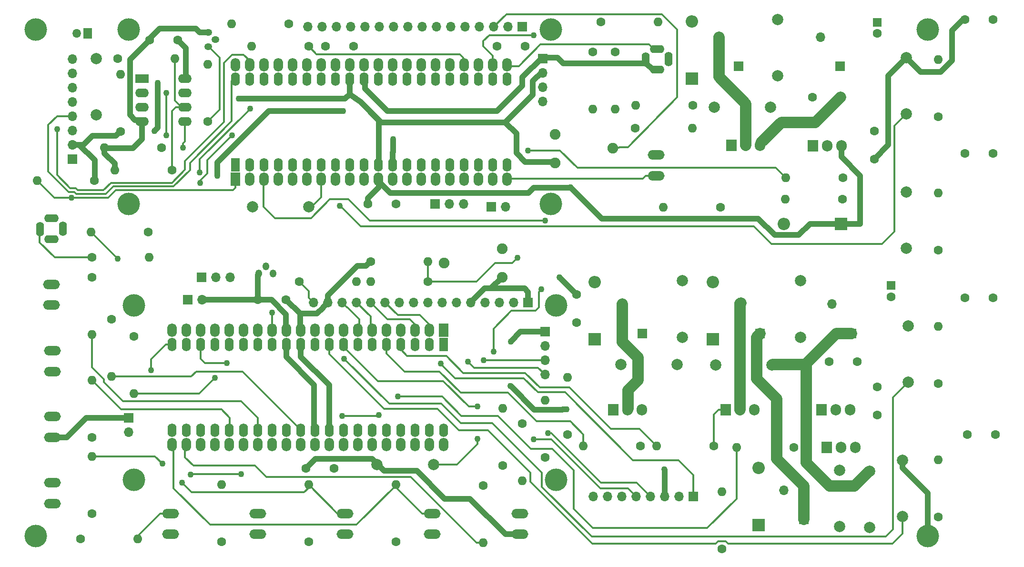
<source format=gbr>
G04 #@! TF.GenerationSoftware,KiCad,Pcbnew,(5.1.5-0-10_14)*
G04 #@! TF.CreationDate,2020-05-11T12:12:49+02:00*
G04 #@! TF.ProjectId,Main_Board_v1_2,4d61696e-5f42-46f6-9172-645f76315f32,rev?*
G04 #@! TF.SameCoordinates,Original*
G04 #@! TF.FileFunction,Copper,L2,Bot*
G04 #@! TF.FilePolarity,Positive*
%FSLAX46Y46*%
G04 Gerber Fmt 4.6, Leading zero omitted, Abs format (unit mm)*
G04 Created by KiCad (PCBNEW (5.1.5-0-10_14)) date 2020-05-11 12:12:49*
%MOMM*%
%LPD*%
G04 APERTURE LIST*
%ADD10O,1.500000X1.600000*%
%ADD11R,1.500000X1.900000*%
%ADD12O,1.200000X1.400000*%
%ADD13O,1.400000X1.200000*%
%ADD14C,4.000000*%
%ADD15O,1.700000X1.700000*%
%ADD16R,1.700000X1.700000*%
%ADD17C,2.000000*%
%ADD18O,2.400000X1.600000*%
%ADD19R,2.400000X1.600000*%
%ADD20O,1.600000X1.600000*%
%ADD21C,1.600000*%
%ADD22O,1.700000X2.400000*%
%ADD23R,1.700000X2.400000*%
%ADD24R,1.600000X2.400000*%
%ADD25O,1.600000X2.400000*%
%ADD26O,1.400000X2.600000*%
%ADD27O,2.600000X1.400000*%
%ADD28O,1.905000X2.000000*%
%ADD29R,1.905000X2.000000*%
%ADD30O,2.200000X2.200000*%
%ADD31R,2.200000X2.200000*%
%ADD32C,1.900000*%
%ADD33O,3.000000X1.700000*%
%ADD34R,1.600000X1.600000*%
%ADD35C,1.100000*%
%ADD36C,2.000000*%
%ADD37C,1.000000*%
%ADD38C,0.350000*%
G04 APERTURE END LIST*
D10*
X38665854Y-37568383D03*
D11*
X40565854Y-37568383D03*
D12*
X72303154Y-78919583D03*
X73573154Y-80189583D03*
X71033154Y-80189583D03*
D13*
X63324254Y-38635183D03*
X62054254Y-39905183D03*
X62054254Y-37365183D03*
D14*
X47857854Y-36869383D03*
X47857854Y-67869383D03*
X122857854Y-67869383D03*
X122857854Y-36869383D03*
D15*
X79757854Y-36369383D03*
X82297854Y-36369383D03*
X84837854Y-36369383D03*
X87377854Y-36369383D03*
X89917854Y-36369383D03*
X92457854Y-36369383D03*
X94997854Y-36369383D03*
X97537854Y-36369383D03*
X100077854Y-36369383D03*
X102617854Y-36369383D03*
X105157854Y-36369383D03*
X107697854Y-36369383D03*
X110237854Y-36369383D03*
X112777854Y-36369383D03*
X115317854Y-36369383D03*
D16*
X117857854Y-36369383D03*
D17*
X167282854Y-81519383D03*
X167282854Y-91519383D03*
D18*
X57837854Y-45569383D03*
X50217854Y-53189383D03*
X57837854Y-48109383D03*
X50217854Y-50649383D03*
X57837854Y-50649383D03*
X50217854Y-48109383D03*
X57837854Y-53189383D03*
D19*
X50217854Y-45569383D03*
D20*
X46407854Y-44807383D03*
D21*
X46407854Y-54967383D03*
D17*
X42089854Y-52013383D03*
X42089854Y-42013383D03*
D20*
X61901854Y-43029383D03*
D21*
X61901854Y-53189383D03*
D14*
X48857854Y-85869383D03*
X48857854Y-116869383D03*
X123857854Y-116869383D03*
X123857854Y-85869383D03*
D15*
X80757854Y-85369383D03*
X83297854Y-85369383D03*
X85837854Y-85369383D03*
X88377854Y-85369383D03*
X90917854Y-85369383D03*
X93457854Y-85369383D03*
X95997854Y-85369383D03*
X98537854Y-85369383D03*
X101077854Y-85369383D03*
X103617854Y-85369383D03*
X106157854Y-85369383D03*
X108697854Y-85369383D03*
X111237854Y-85369383D03*
X113777854Y-85369383D03*
X116317854Y-85369383D03*
D16*
X118857854Y-85369383D03*
D22*
X68297854Y-110649383D03*
X65757854Y-110649383D03*
X63217854Y-110649383D03*
X60677854Y-110649383D03*
X58137854Y-110649383D03*
X55597854Y-110649383D03*
X80997854Y-110649383D03*
X78457854Y-110649383D03*
X75917854Y-110649383D03*
X73377854Y-110649383D03*
X70837854Y-110649383D03*
X101317854Y-110649383D03*
X98777854Y-110649383D03*
X96237854Y-110649383D03*
X93697854Y-110649383D03*
X91157854Y-110649383D03*
X88617854Y-110649383D03*
X86077854Y-110649383D03*
X83537854Y-110649383D03*
X103857854Y-110649383D03*
X58137854Y-90329383D03*
X55597854Y-90329383D03*
X93697854Y-90329383D03*
X73377854Y-90329383D03*
D23*
X103857854Y-90329383D03*
D22*
X70837854Y-90329383D03*
X75917854Y-90329383D03*
X80997854Y-90329383D03*
X88617854Y-90329383D03*
X86077854Y-90329383D03*
X83537854Y-90329383D03*
X91157854Y-90329383D03*
X98777854Y-90329383D03*
X96237854Y-90329383D03*
X101317854Y-90329383D03*
X65757854Y-90329383D03*
X68297854Y-90329383D03*
X63217854Y-90329383D03*
X60677854Y-90329383D03*
X78457854Y-90329383D03*
D24*
X103857854Y-92869383D03*
D25*
X55597854Y-108109383D03*
X101317854Y-92869383D03*
X58137854Y-108109383D03*
X98777854Y-92869383D03*
X60677854Y-108109383D03*
X96237854Y-92869383D03*
X63217854Y-108109383D03*
X93697854Y-92869383D03*
X65757854Y-108109383D03*
X91157854Y-92869383D03*
X68297854Y-108109383D03*
X88617854Y-92869383D03*
X70837854Y-108109383D03*
X86077854Y-92869383D03*
X73377854Y-108109383D03*
X83537854Y-92869383D03*
X75917854Y-108109383D03*
X80997854Y-92869383D03*
X78457854Y-108109383D03*
X78457854Y-92869383D03*
X80997854Y-108109383D03*
X75917854Y-92869383D03*
X83537854Y-108109383D03*
X73377854Y-92869383D03*
X86077854Y-108109383D03*
X70837854Y-92869383D03*
X88617854Y-108109383D03*
X68297854Y-92869383D03*
X91157854Y-108109383D03*
X65757854Y-92869383D03*
X93697854Y-108109383D03*
X63217854Y-92869383D03*
X96237854Y-108109383D03*
X60677854Y-92869383D03*
X98777854Y-108109383D03*
X58137854Y-92869383D03*
X101317854Y-108109383D03*
X55597854Y-92869383D03*
X103857854Y-108109383D03*
D22*
X102417854Y-43089383D03*
X104957854Y-43089383D03*
X107497854Y-43089383D03*
X110037854Y-43089383D03*
X112577854Y-43089383D03*
X115117854Y-43089383D03*
X89717854Y-43089383D03*
X92257854Y-43089383D03*
X94797854Y-43089383D03*
X97337854Y-43089383D03*
X99877854Y-43089383D03*
X69397854Y-43089383D03*
X71937854Y-43089383D03*
X74477854Y-43089383D03*
X77017854Y-43089383D03*
X79557854Y-43089383D03*
X82097854Y-43089383D03*
X84637854Y-43089383D03*
X87177854Y-43089383D03*
X66857854Y-43089383D03*
X112577854Y-63409383D03*
X115117854Y-63409383D03*
X77017854Y-63409383D03*
X97337854Y-63409383D03*
D23*
X66857854Y-63409383D03*
D22*
X99877854Y-63409383D03*
X94797854Y-63409383D03*
X89717854Y-63409383D03*
X82097854Y-63409383D03*
X84637854Y-63409383D03*
X87177854Y-63409383D03*
X79557854Y-63409383D03*
X71937854Y-63409383D03*
X74477854Y-63409383D03*
X69397854Y-63409383D03*
X104957854Y-63409383D03*
X102417854Y-63409383D03*
X107497854Y-63409383D03*
X110037854Y-63409383D03*
X92257854Y-63409383D03*
D24*
X66857854Y-60869383D03*
D25*
X115117854Y-45629383D03*
X69397854Y-60869383D03*
X112577854Y-45629383D03*
X71937854Y-60869383D03*
X110037854Y-45629383D03*
X74477854Y-60869383D03*
X107497854Y-45629383D03*
X77017854Y-60869383D03*
X104957854Y-45629383D03*
X79557854Y-60869383D03*
X102417854Y-45629383D03*
X82097854Y-60869383D03*
X99877854Y-45629383D03*
X84637854Y-60869383D03*
X97337854Y-45629383D03*
X87177854Y-60869383D03*
X94797854Y-45629383D03*
X89717854Y-60869383D03*
X92257854Y-45629383D03*
X92257854Y-60869383D03*
X89717854Y-45629383D03*
X94797854Y-60869383D03*
X87177854Y-45629383D03*
X97337854Y-60869383D03*
X84637854Y-45629383D03*
X99877854Y-60869383D03*
X82097854Y-45629383D03*
X102417854Y-60869383D03*
X79557854Y-45629383D03*
X104957854Y-60869383D03*
X77017854Y-45629383D03*
X107497854Y-60869383D03*
X74477854Y-45629383D03*
X110037854Y-60869383D03*
X71937854Y-45629383D03*
X112577854Y-60869383D03*
X69397854Y-45629383D03*
X115117854Y-60869383D03*
X66857854Y-45629383D03*
D26*
X139782854Y-42169383D03*
X143832854Y-42119383D03*
D27*
X141807854Y-44019383D03*
X141807854Y-40319383D03*
D26*
X36182854Y-72269383D03*
X32132854Y-72319383D03*
D27*
X34157854Y-70419383D03*
X34157854Y-74119383D03*
D20*
X155881854Y-111101383D03*
D21*
X166041854Y-111101383D03*
D28*
X176963854Y-111101383D03*
X174423854Y-111101383D03*
D29*
X171883854Y-111101383D03*
D15*
X164319854Y-118728383D03*
D16*
X167819854Y-123928383D03*
D30*
X159818854Y-114784383D03*
D31*
X159818854Y-124944383D03*
D17*
X174169854Y-115198383D03*
X174169854Y-125198383D03*
X179503854Y-115325383D03*
X179503854Y-125325383D03*
D15*
X47857854Y-108409383D03*
D16*
X47857854Y-105869383D03*
D15*
X114897854Y-68369383D03*
D16*
X112357854Y-68369383D03*
D32*
X114225854Y-80875383D03*
X103925854Y-78375383D03*
X114225854Y-75795383D03*
X123623854Y-55475383D03*
X133923854Y-57975383D03*
X123623854Y-60555383D03*
D20*
X88317854Y-81637383D03*
D21*
X78157854Y-81637383D03*
D20*
X90857854Y-81637383D03*
D21*
X101017854Y-81637383D03*
D20*
X101017854Y-78081383D03*
D21*
X90857854Y-78081383D03*
D20*
X69697854Y-39869383D03*
D21*
X79857854Y-39869383D03*
D20*
X66197854Y-35869383D03*
D21*
X76357854Y-35869383D03*
D20*
X49517854Y-127369383D03*
D21*
X39357854Y-127369383D03*
D20*
X48857854Y-101529383D03*
D21*
X48857854Y-91369383D03*
D33*
X55357854Y-126569383D03*
X55357854Y-122869383D03*
D20*
X153307854Y-119009383D03*
D21*
X153307854Y-129169383D03*
D20*
X31650454Y-63692283D03*
D21*
X41810454Y-63692283D03*
X79357854Y-114869383D03*
X84357854Y-114869383D03*
X196507854Y-84519383D03*
X201507854Y-84519383D03*
X70857854Y-84869383D03*
X75857854Y-84869383D03*
D17*
X186357854Y-89536049D03*
X186357854Y-99536049D03*
X92033854Y-114149383D03*
X102033854Y-114149383D03*
X146307854Y-81519383D03*
X146307854Y-91519383D03*
X162157854Y-96469383D03*
X152157854Y-96469383D03*
X145307854Y-96369383D03*
X135307854Y-96369383D03*
D21*
X87857854Y-39869383D03*
X82857854Y-39869383D03*
D17*
X69857854Y-68369383D03*
X79857854Y-68369383D03*
D21*
X196857854Y-108869383D03*
X201857854Y-108869383D03*
D17*
X185357854Y-113369383D03*
X185357854Y-123369383D03*
D21*
X127433854Y-88923383D03*
X127433854Y-83923383D03*
X180900854Y-100386383D03*
X180900854Y-105386383D03*
X183357854Y-84369383D03*
D34*
X183357854Y-82369383D03*
D21*
X177357854Y-95869383D03*
X172357854Y-95869383D03*
X118357854Y-39869383D03*
X113357854Y-39869383D03*
X196507854Y-35119383D03*
X201507854Y-35119383D03*
X95357854Y-67869383D03*
X90357854Y-67869383D03*
D17*
X186057854Y-41869383D03*
X186057854Y-51869383D03*
D21*
X196507854Y-58919383D03*
X201507854Y-58919383D03*
X174357854Y-48869383D03*
X169357854Y-48869383D03*
X180357854Y-59869383D03*
X180357854Y-54869383D03*
D17*
X163167854Y-35119383D03*
X163167854Y-45119383D03*
D21*
X180857854Y-37569383D03*
D34*
X180857854Y-35569383D03*
D17*
X186057854Y-65702716D03*
X186057854Y-75702716D03*
X151897854Y-50649383D03*
X161897854Y-50649383D03*
D21*
X51567854Y-38711383D03*
X56567854Y-38711383D03*
D28*
X176087854Y-104409383D03*
X173547854Y-104409383D03*
D29*
X171007854Y-104409383D03*
D28*
X174537854Y-57509383D03*
X171997854Y-57509383D03*
D29*
X169457854Y-57509383D03*
D14*
X189857854Y-126869383D03*
X31357854Y-36869383D03*
X31357854Y-126869383D03*
X189857854Y-36869383D03*
D20*
X64357854Y-117709383D03*
D21*
X64357854Y-127869383D03*
D20*
X41357854Y-99209383D03*
D21*
X41357854Y-109369383D03*
D20*
X41357854Y-112709383D03*
D21*
X41357854Y-122869383D03*
D20*
X191707854Y-89609383D03*
D21*
X191707854Y-99769383D03*
D20*
X117857854Y-117029383D03*
D21*
X117857854Y-106869383D03*
D20*
X114357854Y-104209383D03*
D21*
X114357854Y-114369383D03*
D20*
X128697854Y-110869383D03*
D21*
X138857854Y-110869383D03*
D20*
X164517854Y-67039383D03*
D21*
X174677854Y-67039383D03*
D20*
X164667854Y-63239383D03*
D21*
X174827854Y-63239383D03*
D20*
X41197854Y-72869383D03*
D21*
X51357854Y-72869383D03*
D20*
X110857854Y-128029383D03*
D21*
X110857854Y-117869383D03*
D20*
X95357854Y-117709383D03*
D21*
X95357854Y-127869383D03*
D20*
X79857854Y-117709383D03*
D21*
X79857854Y-127869383D03*
D20*
X41357854Y-91029383D03*
D21*
X41357854Y-80869383D03*
D20*
X44857854Y-98529383D03*
D21*
X44857854Y-88369383D03*
D20*
X125857854Y-98709383D03*
D21*
X125857854Y-108869383D03*
D20*
X51517854Y-77369383D03*
D21*
X41357854Y-77369383D03*
D20*
X121857854Y-102709383D03*
D21*
X121857854Y-112869383D03*
D20*
X141697854Y-110869383D03*
D21*
X151857854Y-110869383D03*
D20*
X191707854Y-113309383D03*
D21*
X191707854Y-123469383D03*
D20*
X137997854Y-50319383D03*
D21*
X148157854Y-50319383D03*
D20*
X141967854Y-35519383D03*
D21*
X131807854Y-35519383D03*
D20*
X130357854Y-51029383D03*
D21*
X130357854Y-40869383D03*
D20*
X148017854Y-54369383D03*
D21*
X137857854Y-54369383D03*
D20*
X134357854Y-51029383D03*
D21*
X134357854Y-40869383D03*
D20*
X191707854Y-42209383D03*
D21*
X191707854Y-52369383D03*
D20*
X142847854Y-68429383D03*
D21*
X153007854Y-68429383D03*
D20*
X56059854Y-42013383D03*
D21*
X45899854Y-42013383D03*
D20*
X45391854Y-61825383D03*
D21*
X55551854Y-61825383D03*
D20*
X43597854Y-57869383D03*
D21*
X53757854Y-57869383D03*
D20*
X191707854Y-65909383D03*
D21*
X191707854Y-76069383D03*
D28*
X139087854Y-104409383D03*
X136547854Y-104409383D03*
D29*
X134007854Y-104409383D03*
D28*
X159087854Y-104409383D03*
X156547854Y-104409383D03*
D29*
X154007854Y-104409383D03*
D28*
X160087854Y-57409383D03*
X157547854Y-57409383D03*
D29*
X155007854Y-57409383D03*
D15*
X130427854Y-119819383D03*
X132967854Y-119819383D03*
X135507854Y-119819383D03*
X138047854Y-119819383D03*
X140587854Y-119819383D03*
X143127854Y-119819383D03*
X145667854Y-119819383D03*
D16*
X148207854Y-119819383D03*
D33*
X34357854Y-109356883D03*
X34357854Y-105656883D03*
X70857854Y-126569383D03*
X70857854Y-122869383D03*
X34357854Y-121069383D03*
X34357854Y-117369383D03*
X34157854Y-82131883D03*
X34157854Y-85831883D03*
X101857854Y-126569383D03*
X101857854Y-122869383D03*
X34357854Y-97644383D03*
X34357854Y-93944383D03*
X86357854Y-126569383D03*
X86357854Y-122869383D03*
X141607854Y-59169383D03*
X141607854Y-62869383D03*
D15*
X60897854Y-84869383D03*
D16*
X58357854Y-84869383D03*
D15*
X121857854Y-98189383D03*
X121857854Y-95649383D03*
X121857854Y-93109383D03*
D16*
X121857854Y-90569383D03*
D15*
X65937854Y-80869383D03*
X63397854Y-80869383D03*
D16*
X60857854Y-80869383D03*
D33*
X117357854Y-126569383D03*
X117357854Y-122869383D03*
D15*
X135632854Y-85669383D03*
D16*
X139132854Y-90869383D03*
D15*
X156607854Y-85669383D03*
D16*
X160107854Y-90869383D03*
D15*
X172857854Y-85669383D03*
D16*
X176357854Y-90869383D03*
D15*
X121457854Y-49639383D03*
X121457854Y-47099383D03*
X121457854Y-44559383D03*
D16*
X121457854Y-42019383D03*
D15*
X37857854Y-42089383D03*
X37857854Y-44629383D03*
X37857854Y-47169383D03*
X37857854Y-49709383D03*
X37857854Y-52249383D03*
X37857854Y-54789383D03*
X37857854Y-57329383D03*
D16*
X37857854Y-59869383D03*
D15*
X107437854Y-67869383D03*
X104897854Y-67869383D03*
D16*
X102357854Y-67869383D03*
D15*
X170807854Y-38219383D03*
D16*
X174307854Y-43419383D03*
D15*
X152757854Y-38219383D03*
D16*
X156257854Y-43419383D03*
D30*
X164317854Y-71389383D03*
D31*
X174477854Y-71389383D03*
D30*
X130707854Y-81759383D03*
D31*
X130707854Y-91919383D03*
D30*
X151682854Y-81759383D03*
D31*
X151682854Y-91919383D03*
D30*
X147927854Y-35409383D03*
D31*
X147927854Y-45569383D03*
D35*
X94857854Y-56369383D03*
X94857854Y-51369383D03*
X80697854Y-100052383D03*
X115749852Y-92305383D03*
X125655854Y-104370381D03*
X143054854Y-115038381D03*
X115737154Y-100217483D03*
X85984954Y-51369383D03*
X63616354Y-62854083D03*
X57545754Y-57862983D03*
X108129854Y-95869383D03*
X66219854Y-55656883D03*
X60581054Y-64111383D03*
X85777854Y-105513383D03*
X110923854Y-95607383D03*
X92347848Y-105386383D03*
X60492154Y-62269883D03*
X69496454Y-50928783D03*
X119857854Y-37869383D03*
X85396854Y-68175385D03*
X121845854Y-70844369D03*
X54538054Y-48109383D03*
X54538054Y-55642683D03*
X53088054Y-46369483D03*
X52478454Y-54903883D03*
X67426354Y-49150783D03*
X126379754Y-64886083D03*
X118857854Y-58369383D03*
X35155654Y-54560983D03*
X124385854Y-80875383D03*
X109857854Y-103869383D03*
X109857054Y-109628183D03*
X57357854Y-117369383D03*
X51829062Y-97398175D03*
X45899854Y-77573383D03*
X67857854Y-115869383D03*
X53857854Y-114022383D03*
X58853854Y-115927379D03*
X37705530Y-66726543D03*
X119813854Y-109704383D03*
X122353854Y-108561383D03*
X103303854Y-96242383D03*
X86158852Y-95353383D03*
X63171854Y-98773373D03*
X73331854Y-87116373D03*
X121210854Y-83034383D03*
X112701854Y-94083383D03*
X117007154Y-77382883D03*
X65330854Y-96115383D03*
X95683852Y-102084383D03*
D36*
X174357854Y-48869383D02*
X169857854Y-53369383D01*
X169857854Y-53369383D02*
X163857854Y-53369383D01*
X163857854Y-53369383D02*
X160357854Y-56869383D01*
D37*
X160357854Y-56869383D02*
X160357854Y-57369383D01*
X186057854Y-41869383D02*
X182857854Y-45069383D01*
X182857854Y-45069383D02*
X182857854Y-57369383D01*
X182857854Y-57369383D02*
X180357854Y-59869383D01*
X94857854Y-58609383D02*
X94857854Y-56369383D01*
X94797854Y-58669383D02*
X94857854Y-58609383D01*
X94797854Y-60869383D02*
X94797854Y-58669383D01*
X113357854Y-51369383D02*
X93857854Y-51369383D01*
X89857854Y-47369383D02*
X89857854Y-45369383D01*
X121457854Y-42019383D02*
X121457854Y-41769383D01*
X117857854Y-46869383D02*
X113357854Y-51369383D01*
X117857854Y-45369383D02*
X117857854Y-46869383D01*
X93857854Y-51369383D02*
X89857854Y-47369383D01*
X121457854Y-41769383D02*
X117857854Y-45369383D01*
X118857854Y-83519383D02*
X118207854Y-82869383D01*
X118857854Y-85369383D02*
X118857854Y-83519383D01*
X111147852Y-82869383D02*
X108857854Y-85159381D01*
X108857854Y-85159381D02*
X108857854Y-85369383D01*
X75917854Y-95069383D02*
X80857854Y-100009383D01*
X75917854Y-92869383D02*
X75917854Y-95069383D01*
X80857854Y-100009383D02*
X80857854Y-107869383D01*
X70857854Y-84869383D02*
X60857854Y-84869383D01*
X40345354Y-105869383D02*
X47857854Y-105869383D01*
X36857854Y-109356883D02*
X40345354Y-105869383D01*
X34357854Y-109356883D02*
X36857854Y-109356883D01*
X189857854Y-119283596D02*
X189857854Y-126869383D01*
X185357854Y-114783596D02*
X189857854Y-119283596D01*
X185357854Y-113369383D02*
X185357854Y-114783596D01*
X179376854Y-115419383D02*
X179376854Y-115292383D01*
X121857854Y-90569383D02*
X117485852Y-90569383D01*
X117485852Y-90569383D02*
X115749852Y-92305383D01*
X141007854Y-44019383D02*
X139857854Y-42869383D01*
X141807854Y-44019383D02*
X141007854Y-44019383D01*
X121357854Y-41869383D02*
X122149856Y-41869383D01*
X124114854Y-41869383D02*
X121357854Y-41869383D01*
X125114854Y-42869383D02*
X124114854Y-41869383D01*
X125114854Y-42869383D02*
X139277854Y-42869383D01*
X139277854Y-42869383D02*
X139625854Y-42521383D01*
X139625854Y-42521383D02*
X139625854Y-42140383D01*
X143127854Y-119819383D02*
X143127854Y-115111381D01*
X143127854Y-115111381D02*
X143054854Y-115038381D01*
X70857854Y-84869383D02*
X73248858Y-84869383D01*
X75857854Y-87478379D02*
X75857854Y-90369383D01*
X73248858Y-84869383D02*
X75857854Y-87478379D01*
D36*
X176836854Y-117959383D02*
X179376854Y-115419383D01*
X172391854Y-117959383D02*
X176836854Y-117959383D01*
X168241855Y-96369383D02*
X168241855Y-113809384D01*
X168241855Y-113809384D02*
X172391854Y-117959383D01*
X167692854Y-96369383D02*
X168241855Y-96369383D01*
X167692854Y-96369383D02*
X162231854Y-96369383D01*
D37*
X118207854Y-82869383D02*
X111147852Y-82869383D01*
X112231854Y-82869383D02*
X111147852Y-82869383D01*
X114225854Y-80875383D02*
X112231854Y-82869383D01*
X91147853Y-113169382D02*
X81057855Y-113169382D01*
X81057855Y-113169382D02*
X79357854Y-114869383D01*
X93237843Y-115259372D02*
X91147853Y-113169382D01*
X99079843Y-115259372D02*
X93237843Y-115259372D01*
X104042854Y-120222383D02*
X99079843Y-115259372D01*
X117357854Y-126569383D02*
X114857854Y-126569383D01*
X108510854Y-120222383D02*
X104042854Y-120222383D01*
X114857854Y-126569383D02*
X108510854Y-120222383D01*
X119951742Y-104419371D02*
X115749854Y-100217483D01*
X115749854Y-100217483D02*
X115737154Y-100217483D01*
X124970468Y-104419371D02*
X119951742Y-104419371D01*
X125019458Y-104370381D02*
X124970468Y-104419371D01*
X125655854Y-104370381D02*
X125019458Y-104370381D01*
X70857854Y-84869383D02*
X70857854Y-80428383D01*
X70857854Y-80428383D02*
X71020454Y-80265783D01*
X60504254Y-37365183D02*
X59856554Y-36717483D01*
X62054254Y-37365183D02*
X60504254Y-37365183D01*
X59856554Y-36717483D02*
X53405554Y-36717483D01*
X53405554Y-36717483D02*
X51437054Y-38685983D01*
X50217854Y-53189383D02*
X50217854Y-56313583D01*
X50217854Y-56313583D02*
X48617654Y-57913783D01*
X48617654Y-57913783D02*
X43588454Y-57913783D01*
X45391854Y-60694013D02*
X43550354Y-58852513D01*
X45391854Y-61825383D02*
X45391854Y-60694013D01*
X43550354Y-58852513D02*
X43550354Y-57862983D01*
X50294054Y-53113183D02*
X50230554Y-53176683D01*
X48117853Y-42161384D02*
X48117853Y-52041882D01*
X51567854Y-38711383D02*
X48117853Y-42161384D01*
X48117853Y-52041882D02*
X49011354Y-52935383D01*
X49011354Y-52935383D02*
X49316154Y-52935383D01*
D36*
X173573854Y-90869383D02*
X168073854Y-96369383D01*
X168073854Y-96369383D02*
X167692854Y-96369383D01*
X176357854Y-90869383D02*
X173573854Y-90869383D01*
D37*
X192127654Y-44439083D02*
X194172354Y-42394383D01*
X194172354Y-37054883D02*
X196357854Y-34869383D01*
X194172354Y-42394383D02*
X194172354Y-37054883D01*
X188627554Y-44439083D02*
X192127654Y-44439083D01*
X186057854Y-41869383D02*
X188627554Y-44439083D01*
X72737852Y-51369383D02*
X63616354Y-60490881D01*
X85984954Y-51369383D02*
X72737852Y-51369383D01*
X63616354Y-60490881D02*
X63616354Y-62854083D01*
D38*
X57837854Y-56793066D02*
X57837854Y-54339383D01*
X57545754Y-57085166D02*
X57837854Y-56793066D01*
X57545754Y-57862983D02*
X57545754Y-57085166D01*
X57837854Y-54339383D02*
X57837854Y-53202083D01*
D36*
X157547854Y-50059383D02*
X152757854Y-45269383D01*
X152757854Y-45269383D02*
X152757854Y-38219383D01*
X157547854Y-57409383D02*
X157547854Y-50059383D01*
D38*
X121857854Y-98189383D02*
X120654862Y-96986391D01*
X120654862Y-96986391D02*
X109246862Y-96986391D01*
X109246862Y-96986391D02*
X108679853Y-96419382D01*
X108679853Y-96419382D02*
X108129854Y-95869383D01*
X66219854Y-55656883D02*
X61851054Y-60025683D01*
X61851054Y-62427985D02*
X60581054Y-63697985D01*
X61851054Y-60025683D02*
X61851054Y-62427985D01*
X60581054Y-63697985D02*
X60581054Y-64111383D01*
X110965854Y-95649383D02*
X110923854Y-95607383D01*
X121857854Y-95649383D02*
X110965854Y-95649383D01*
X85777854Y-105513383D02*
X92220848Y-105513383D01*
X92220848Y-105513383D02*
X92347848Y-105386383D01*
X60492154Y-62269883D02*
X60492154Y-59933083D01*
X60492154Y-59933083D02*
X68946455Y-51478782D01*
X68946455Y-51478782D02*
X69496454Y-50928783D01*
X152705354Y-104409383D02*
X151817854Y-105296883D01*
X154007854Y-104409383D02*
X152705354Y-104409383D01*
X151817854Y-105296883D02*
X151817854Y-110593383D01*
X56059854Y-42013383D02*
X56059854Y-49455583D01*
X56059854Y-49455583D02*
X56936154Y-50331883D01*
X55589954Y-61685683D02*
X55513754Y-61761883D01*
X55513754Y-61761883D02*
X55551854Y-61761883D01*
X55589954Y-51347283D02*
X55589954Y-61685683D01*
X56287854Y-50649383D02*
X55589954Y-51347283D01*
X57837854Y-50649383D02*
X56287854Y-50649383D01*
X139757854Y-62869383D02*
X139257854Y-63369383D01*
X141607854Y-62869383D02*
X139757854Y-62869383D01*
X139257854Y-63369383D02*
X115357854Y-63369383D01*
X117187854Y-43369383D02*
X115357854Y-43369383D01*
X121062855Y-39494382D02*
X117187854Y-43369383D01*
X141157854Y-40319383D02*
X140332853Y-39494382D01*
X140332853Y-39494382D02*
X121062855Y-39494382D01*
X141807854Y-40319383D02*
X141157854Y-40319383D01*
X112577854Y-41539383D02*
X110907854Y-39869383D01*
X112577854Y-43089383D02*
X112577854Y-41539383D01*
X110907854Y-39869383D02*
X110907854Y-38919383D01*
X110907854Y-38919383D02*
X111957854Y-37869383D01*
X111957854Y-37869383D02*
X119857854Y-37869383D01*
X85946853Y-68725384D02*
X85396854Y-68175385D01*
X89090852Y-71869383D02*
X85946853Y-68725384D01*
X158928154Y-71869383D02*
X89090852Y-71869383D01*
X181719254Y-75007983D02*
X162066754Y-75007983D01*
X162066754Y-75007983D02*
X158928154Y-71869383D01*
X183932864Y-72794373D02*
X181719254Y-75007983D01*
X183932864Y-53994373D02*
X183932864Y-72794373D01*
X186057854Y-51869383D02*
X183932864Y-53994373D01*
X83625850Y-67032383D02*
X86920854Y-67032383D01*
X73857854Y-70369383D02*
X80288850Y-70369383D01*
X90732840Y-70844369D02*
X121068037Y-70844369D01*
X71857854Y-68369383D02*
X73857854Y-70369383D01*
X71857854Y-63369383D02*
X71857854Y-68369383D01*
X121068037Y-70844369D02*
X121845854Y-70844369D01*
X80288850Y-70369383D02*
X83625850Y-67032383D01*
X86920854Y-67032383D02*
X90732840Y-70844369D01*
X54538054Y-48109383D02*
X54538054Y-55642683D01*
D37*
X174537854Y-59509383D02*
X177857854Y-62829383D01*
X174537854Y-57509383D02*
X174537854Y-59509383D01*
X174477854Y-71389383D02*
X177837854Y-71389383D01*
X177837854Y-71389383D02*
X177857854Y-71369383D01*
X177857854Y-62829383D02*
X177857854Y-71369383D01*
X87177854Y-45629383D02*
X87177854Y-47829383D01*
X89117864Y-49769393D02*
X92357854Y-53009383D01*
X92357854Y-53009383D02*
X92357854Y-57369383D01*
X92357854Y-57369383D02*
X92357854Y-60869383D01*
X118357854Y-60369383D02*
X123357854Y-60369383D01*
X116765854Y-58777383D02*
X118357854Y-60369383D01*
X92717854Y-53369383D02*
X89117864Y-49769393D01*
X114807854Y-53369383D02*
X92717854Y-53369383D01*
X119707853Y-48469384D02*
X114807854Y-53369383D01*
X119707853Y-46019384D02*
X119707853Y-48469384D01*
X121357854Y-44369383D02*
X119707853Y-46019384D01*
X116765854Y-55327383D02*
X114807854Y-53369383D01*
X116765854Y-58777383D02*
X116765854Y-55327383D01*
X92357854Y-64897383D02*
X92357854Y-64369383D01*
X90357854Y-66869383D02*
X90385854Y-66869383D01*
X90385854Y-66869383D02*
X92357854Y-64897383D01*
X90357854Y-67869383D02*
X90357854Y-66869383D01*
X56567854Y-38711383D02*
X58041054Y-40184583D01*
X58041054Y-40184583D02*
X58041054Y-45404283D01*
X45607855Y-55767382D02*
X41454955Y-55767382D01*
X46407854Y-54967383D02*
X45607855Y-55767382D01*
X41454955Y-55767382D02*
X39930854Y-57291483D01*
X39930854Y-57291483D02*
X39841954Y-57380383D01*
X39841954Y-57380383D02*
X37771854Y-57380383D01*
X53088054Y-46369483D02*
X53088054Y-54294283D01*
X53088054Y-54294283D02*
X52478454Y-54903883D01*
X87149454Y-48350683D02*
X89117864Y-49769393D01*
X87177854Y-47829383D02*
X87149454Y-48350683D01*
X39059935Y-57329383D02*
X41835854Y-60105302D01*
X37857854Y-57329383D02*
X39059935Y-57329383D01*
X41835854Y-60105302D02*
X41835854Y-63666883D01*
X92257854Y-63809383D02*
X92257854Y-63409383D01*
X118924854Y-65889383D02*
X94337854Y-65889383D01*
X119844855Y-64969382D02*
X118924854Y-65889383D01*
X131942354Y-70486783D02*
X126424953Y-64969382D01*
X162657955Y-73389384D02*
X159755354Y-70486783D01*
X159755354Y-70486783D02*
X131942354Y-70486783D01*
X94337854Y-65889383D02*
X92257854Y-63809383D01*
X166923853Y-73389384D02*
X162657955Y-73389384D01*
X168943854Y-71369383D02*
X166923853Y-73389384D01*
X126424953Y-64969382D02*
X119844855Y-64969382D01*
X177857854Y-71369383D02*
X168943854Y-71369383D01*
X87149454Y-48350683D02*
X86349354Y-49150783D01*
X68204171Y-49150783D02*
X67426354Y-49150783D01*
X86349354Y-49150783D02*
X68204171Y-49150783D01*
D38*
X82097854Y-63409383D02*
X82097854Y-66629383D01*
X82097854Y-66629383D02*
X80357854Y-68369383D01*
X124534856Y-58369383D02*
X118857854Y-58369383D01*
X162872844Y-61444373D02*
X127609846Y-61444373D01*
X127609846Y-61444373D02*
X124534856Y-58369383D01*
X164667854Y-63239383D02*
X162872844Y-61444373D01*
X35155654Y-55338800D02*
X35155654Y-54560983D01*
X37480102Y-65051531D02*
X35155654Y-62727083D01*
X38466774Y-65051531D02*
X37480102Y-65051531D01*
X69357854Y-42369383D02*
X68302844Y-41314373D01*
X38841765Y-65426522D02*
X38466774Y-65051531D01*
X44761176Y-64094361D02*
X43429015Y-65426522D01*
X57914054Y-61782429D02*
X55602122Y-64094361D01*
X57914054Y-60212483D02*
X57914054Y-61782429D01*
X66288307Y-41314373D02*
X64812856Y-42789824D01*
X43429015Y-65426522D02*
X38841765Y-65426522D01*
X64812856Y-53313681D02*
X57914054Y-60212483D01*
X64812856Y-42789824D02*
X64812856Y-53313681D01*
X35155654Y-62727083D02*
X35155654Y-55338800D01*
X68302844Y-41314373D02*
X66288307Y-41314373D01*
X55602122Y-64094361D02*
X44761176Y-64094361D01*
X38572522Y-66076533D02*
X43807704Y-66076533D01*
X43807704Y-66076533D02*
X45139865Y-64744372D01*
X58764954Y-61850783D02*
X58764954Y-60542683D01*
X66212453Y-53095184D02*
X66212453Y-46014784D01*
X66212453Y-46014784D02*
X66857854Y-45369383D01*
X37857854Y-52249383D02*
X35168554Y-52249383D01*
X58764954Y-60542683D02*
X66212453Y-53095184D01*
X33606254Y-53811683D02*
X33606254Y-62096937D01*
X35168554Y-52249383D02*
X33606254Y-53811683D01*
X33606254Y-62096937D02*
X37210859Y-65701542D01*
X37210859Y-65701542D02*
X38197531Y-65701542D01*
X45139865Y-64744372D02*
X55871365Y-64744372D01*
X38197531Y-65701542D02*
X38572522Y-66076533D01*
X55871365Y-64744372D02*
X58764954Y-61850783D01*
D36*
X167819854Y-117959383D02*
X167819854Y-123928383D01*
X162993854Y-113133383D02*
X167819854Y-117959383D01*
X162993854Y-102465383D02*
X162993854Y-113133383D01*
X159457844Y-91563373D02*
X159457844Y-98929373D01*
X160107854Y-90873383D02*
X159437854Y-91543383D01*
X159457844Y-98929373D02*
X162993854Y-102465383D01*
X159437854Y-91543383D02*
X159457844Y-91563373D01*
X160107854Y-90869383D02*
X160107854Y-90873383D01*
D37*
X75857854Y-84869383D02*
X78357854Y-87369383D01*
X78357854Y-87369383D02*
X78357854Y-90369383D01*
X78457854Y-92869383D02*
X78457854Y-95069383D01*
X83537854Y-100049383D02*
X83357854Y-99869383D01*
X83537854Y-108109383D02*
X83537854Y-100049383D01*
X78457854Y-95069383D02*
X83357854Y-99869383D01*
X82447855Y-86219382D02*
X82447855Y-86279382D01*
X83297854Y-85369383D02*
X82447855Y-86219382D01*
X81357854Y-87369383D02*
X78357854Y-87369383D01*
X82447855Y-86279382D02*
X81357854Y-87369383D01*
X124385854Y-80875383D02*
X127433854Y-83923383D01*
X88557853Y-78881382D02*
X83288654Y-84150581D01*
X90057855Y-78881382D02*
X88557853Y-78881382D01*
X90857854Y-78081383D02*
X90057855Y-78881382D01*
X83297854Y-84159781D02*
X83288654Y-84150581D01*
X83297854Y-85369383D02*
X83297854Y-84159781D01*
X156607854Y-104119383D02*
X156357854Y-104369383D01*
D36*
X156547854Y-104409383D02*
X156547854Y-85543383D01*
X156547854Y-85543383D02*
X156643854Y-85447383D01*
X135632854Y-85669383D02*
X135632854Y-92376383D01*
X135632854Y-92376383D02*
X138355854Y-95099383D01*
X138355854Y-95099383D02*
X138355854Y-99163383D01*
X138355854Y-99163383D02*
X136577854Y-100941383D01*
X136577854Y-100941383D02*
X136577854Y-104243383D01*
D38*
X108297180Y-103869383D02*
X109857854Y-103869383D01*
X103797180Y-99369383D02*
X108297180Y-103869383D01*
X92177854Y-99369383D02*
X103797180Y-99369383D01*
X86077854Y-93269383D02*
X92177854Y-99369383D01*
X86077854Y-92869383D02*
X86077854Y-93269383D01*
X106237554Y-114149383D02*
X102059254Y-114149383D01*
X109857054Y-110529883D02*
X106237554Y-114149383D01*
X109857054Y-109628183D02*
X109857054Y-110529883D01*
X59357854Y-114369383D02*
X57857854Y-112869383D01*
X109726484Y-128029383D02*
X98031483Y-116334382D01*
X98031483Y-116334382D02*
X72322853Y-116334382D01*
X72322853Y-116334382D02*
X70357854Y-114369383D01*
X110857854Y-128029383D02*
X109726484Y-128029383D01*
X70357854Y-114369383D02*
X59357854Y-114369383D01*
X57857854Y-112869383D02*
X57857854Y-110369383D01*
X51829062Y-95488175D02*
X51829062Y-97398175D01*
X55597854Y-92869383D02*
X54447854Y-92869383D01*
X54447854Y-92869383D02*
X51829062Y-95488175D01*
X59072855Y-119084384D02*
X57357854Y-117369383D01*
X79857854Y-117732883D02*
X79857854Y-118291383D01*
X84994354Y-122869383D02*
X79857854Y-117732883D01*
X79064853Y-119084384D02*
X59072855Y-119084384D01*
X79857854Y-118291383D02*
X79064853Y-119084384D01*
X86357854Y-122869383D02*
X84994354Y-122869383D01*
X68127854Y-97639383D02*
X78357854Y-107869383D01*
X58986852Y-98529383D02*
X59876852Y-97639383D01*
X59876852Y-97639383D02*
X68127854Y-97639383D01*
X44857854Y-98529383D02*
X58986852Y-98529383D01*
X32082844Y-73019393D02*
X32082844Y-74709641D01*
X32082844Y-74709641D02*
X34742586Y-77369383D01*
X32132854Y-72969383D02*
X32082844Y-73019393D01*
X32132854Y-72319383D02*
X32132854Y-72969383D01*
X34742586Y-77369383D02*
X41357854Y-77369383D01*
X45899854Y-77571383D02*
X45899854Y-77573383D01*
X41197854Y-72869383D02*
X45899854Y-77571383D01*
X55857854Y-118369383D02*
X55857854Y-110869383D01*
X62357854Y-124869383D02*
X55857854Y-118369383D01*
X101857854Y-122869383D02*
X100007854Y-122869383D01*
X88357854Y-124869383D02*
X62357854Y-124869383D01*
X95357854Y-117869383D02*
X88357854Y-124869383D01*
X95357854Y-118219383D02*
X95357854Y-117869383D01*
X100007854Y-122869383D02*
X95357854Y-118219383D01*
X67892855Y-102904384D02*
X70857854Y-105869383D01*
X43482853Y-98994382D02*
X43482853Y-99494382D01*
X41357854Y-96869383D02*
X43482853Y-98994382D01*
X70857854Y-105869383D02*
X70857854Y-107869383D01*
X46892855Y-102904384D02*
X67892855Y-102904384D01*
X43482853Y-99494382D02*
X46892855Y-102904384D01*
X41357854Y-91029383D02*
X41357854Y-96869383D01*
X52544854Y-112709383D02*
X53857854Y-114022383D01*
X41357854Y-112709383D02*
X52544854Y-112709383D01*
X67857854Y-115869383D02*
X58911850Y-115869383D01*
X58911850Y-115869383D02*
X58853854Y-115927379D01*
X41357854Y-99209383D02*
X46517854Y-104369383D01*
X46517854Y-104369383D02*
X64357854Y-104369383D01*
X64357854Y-104369383D02*
X65857854Y-105869383D01*
X65857854Y-105869383D02*
X65857854Y-107369383D01*
X97357854Y-94869383D02*
X96357854Y-93869383D01*
X96357854Y-93869383D02*
X96357854Y-92869383D01*
X104357856Y-94869383D02*
X97357854Y-94869383D01*
X107357856Y-97869383D02*
X104357856Y-94869383D01*
X118357854Y-97869383D02*
X107357856Y-97869383D01*
X120921854Y-100433383D02*
X118357854Y-97869383D01*
X141697854Y-110869383D02*
X138627854Y-107799383D01*
X138627854Y-107799383D02*
X133529854Y-107799383D01*
X126168856Y-100433383D02*
X120921854Y-100433383D01*
X133529854Y-107799383D02*
X126166355Y-100435884D01*
X126166355Y-100435884D02*
X126168856Y-100433383D01*
X93697854Y-94419383D02*
X93697854Y-92869383D01*
X106857854Y-101369383D02*
X103107845Y-97619374D01*
X126332865Y-106444394D02*
X120363865Y-106444394D01*
X115288854Y-101369383D02*
X106857854Y-101369383D01*
X96897845Y-97619374D02*
X93697854Y-94419383D01*
X120363865Y-106444394D02*
X115288854Y-101369383D01*
X128697854Y-108809383D02*
X126332865Y-106444394D01*
X103107845Y-97619374D02*
X96897845Y-97619374D01*
X128697854Y-110869383D02*
X128697854Y-108809383D01*
X38483347Y-66726543D02*
X37705530Y-66726543D01*
X44237194Y-66726543D02*
X38483347Y-66726543D01*
X66422855Y-65394382D02*
X45569355Y-65394382D01*
X66857854Y-64959383D02*
X66422855Y-65394382D01*
X45569355Y-65394382D02*
X44237194Y-66726543D01*
X66857854Y-63409383D02*
X66857854Y-64959383D01*
X34684714Y-66726543D02*
X37705530Y-66726543D01*
X31650454Y-63692283D02*
X34684714Y-66726543D01*
X122988854Y-109704383D02*
X119813854Y-109704383D01*
X138047854Y-119819383D02*
X136622853Y-118394382D01*
X131678853Y-118394382D02*
X122988854Y-109704383D01*
X136622853Y-118394382D02*
X131678853Y-118394382D01*
X122990250Y-108561383D02*
X122353854Y-108561383D01*
X140587854Y-119819383D02*
X138137854Y-117369383D01*
X131798250Y-117369383D02*
X122990250Y-108561383D01*
X138137854Y-117369383D02*
X131798250Y-117369383D01*
X145575854Y-113387383D02*
X137466854Y-113387383D01*
X125413853Y-101334382D02*
X120579855Y-101334382D01*
X103853853Y-96792382D02*
X103303854Y-96242383D01*
X148207854Y-119819383D02*
X148207854Y-116019383D01*
X105880853Y-98819382D02*
X103853853Y-96792382D01*
X148207854Y-116019383D02*
X145575854Y-113387383D01*
X137466854Y-113387383D02*
X125413853Y-101334382D01*
X118064855Y-98819382D02*
X105880853Y-98819382D01*
X120579855Y-101334382D02*
X118064855Y-98819382D01*
X83537854Y-94496379D02*
X83537854Y-94419383D01*
X93285857Y-104244382D02*
X83537854Y-94496379D01*
X119232855Y-115600384D02*
X111685854Y-108053383D01*
X153967855Y-127794382D02*
X152647853Y-127794382D01*
X152195852Y-128246383D02*
X130269856Y-128246383D01*
X152647853Y-127794382D02*
X152195852Y-128246383D01*
X83537854Y-94419383D02*
X83537854Y-92869383D01*
X154419856Y-128246383D02*
X153967855Y-127794382D01*
X111685854Y-108053383D02*
X106541853Y-108053383D01*
X183567854Y-128246383D02*
X154419856Y-128246383D01*
X106541853Y-108053383D02*
X102732852Y-104244382D01*
X119232855Y-117209382D02*
X119232855Y-115600384D01*
X185357854Y-126456383D02*
X183567854Y-128246383D01*
X130269856Y-128246383D02*
X119232855Y-117209382D01*
X102732852Y-104244382D02*
X93285857Y-104244382D01*
X185357854Y-123369383D02*
X185357854Y-126456383D01*
X94159852Y-103354383D02*
X86158852Y-95353383D01*
X103430854Y-103354383D02*
X94159852Y-103354383D01*
X112447854Y-106783383D02*
X106859854Y-106783383D01*
X121282853Y-115618382D02*
X112447854Y-106783383D01*
X121282853Y-118105384D02*
X121282853Y-115618382D01*
X130153852Y-126976383D02*
X121282853Y-118105384D01*
X182424854Y-126976383D02*
X130153852Y-126976383D01*
X183694854Y-125706383D02*
X182424854Y-126976383D01*
X106859854Y-106783383D02*
X103430854Y-103354383D01*
X183694854Y-102199049D02*
X183694854Y-125706383D01*
X186357854Y-99536049D02*
X183694854Y-102199049D01*
X48857854Y-101529383D02*
X60415844Y-101529383D01*
X60415844Y-101529383D02*
X63171854Y-98773373D01*
X53507854Y-122869383D02*
X49357854Y-127019383D01*
X55357854Y-122869383D02*
X53507854Y-122869383D01*
X49357854Y-127019383D02*
X49357854Y-127369383D01*
X61901854Y-53189383D02*
X64042855Y-51048382D01*
X64042855Y-51048382D02*
X64042855Y-41842984D01*
X64042855Y-41842984D02*
X62092354Y-39892483D01*
X81232855Y-41244384D02*
X106732855Y-41244384D01*
X79857854Y-39869383D02*
X81232855Y-41244384D01*
X106732855Y-41244384D02*
X107357854Y-41869383D01*
X107357854Y-41869383D02*
X107357854Y-42869383D01*
X79907855Y-84519384D02*
X79907855Y-83349284D01*
X80757854Y-85369383D02*
X79907855Y-84519384D01*
X79907855Y-83349284D02*
X78221354Y-81662783D01*
X112777854Y-36369383D02*
X115002855Y-34144382D01*
X142627855Y-34144382D02*
X145357854Y-36874381D01*
X115002855Y-34144382D02*
X142627855Y-34144382D01*
X145357854Y-36874381D02*
X145357854Y-48904385D01*
X135001356Y-57869383D02*
X135109356Y-57761383D01*
X133657854Y-57869383D02*
X135001356Y-57869383D01*
X135109356Y-57761383D02*
X136577854Y-57761383D01*
X145357854Y-48904385D02*
X136577854Y-57761383D01*
X73331854Y-90343383D02*
X73331854Y-87894190D01*
X73331854Y-87894190D02*
X73331854Y-87116373D01*
X73357854Y-90369383D02*
X73331854Y-90343383D01*
X95707844Y-87619373D02*
X99607844Y-87619373D01*
X93457854Y-85369383D02*
X95707844Y-87619373D01*
X99607844Y-87619373D02*
X101357854Y-89369383D01*
X101357854Y-89369383D02*
X101357854Y-90369383D01*
X92342855Y-86794384D02*
X92342855Y-86854384D01*
X90917854Y-85369383D02*
X92342855Y-86794384D01*
X92342855Y-86854384D02*
X93857854Y-88369383D01*
X93857854Y-88369383D02*
X97857854Y-88369383D01*
X97857854Y-88369383D02*
X98857854Y-89369383D01*
X98857854Y-89369383D02*
X98857854Y-90369383D01*
X88377854Y-85369383D02*
X90857854Y-87849383D01*
X90857854Y-87849383D02*
X90857854Y-90369383D01*
X86687853Y-86219382D02*
X86707853Y-86219382D01*
X85837854Y-85369383D02*
X86687853Y-86219382D01*
X86707853Y-86219382D02*
X88857854Y-88369383D01*
X88857854Y-88369383D02*
X88857854Y-89869383D01*
X88857854Y-89869383D02*
X88857854Y-90369383D01*
X115902851Y-86794384D02*
X112701854Y-89995381D01*
X120167855Y-86794384D02*
X115902851Y-86794384D01*
X120760855Y-86201384D02*
X120167855Y-86794384D01*
X120760855Y-83484382D02*
X120760855Y-86201384D01*
X121210854Y-83034383D02*
X120760855Y-83484382D01*
X112701854Y-89995381D02*
X112701854Y-94083383D01*
X109679254Y-81675483D02*
X101017854Y-81675483D01*
X113032054Y-78322683D02*
X109679254Y-81675483D01*
X116067354Y-78322683D02*
X113032054Y-78322683D01*
X101017854Y-81675483D02*
X101017854Y-78081383D01*
X117007154Y-77382883D02*
X116067354Y-78322683D01*
X65330854Y-96115383D02*
X61393854Y-96115383D01*
X61393854Y-96115383D02*
X60631854Y-95353383D01*
X60631854Y-95353383D02*
X60631854Y-92813383D01*
X103557854Y-102084383D02*
X95683852Y-102084383D01*
X106986854Y-105513383D02*
X103557854Y-102084383D01*
X123115854Y-111355383D02*
X119305854Y-111355383D01*
X126925854Y-115165383D02*
X123115854Y-111355383D01*
X126925854Y-122023383D02*
X126925854Y-115165383D01*
X113463854Y-105513383D02*
X106986854Y-105513383D01*
X119305854Y-111355383D02*
X113463854Y-105513383D01*
X130354854Y-125452383D02*
X126925854Y-122023383D01*
X155881854Y-120245383D02*
X150674854Y-125452383D01*
X150674854Y-125452383D02*
X130354854Y-125452383D01*
X155881854Y-111101383D02*
X155881854Y-120245383D01*
M02*

</source>
